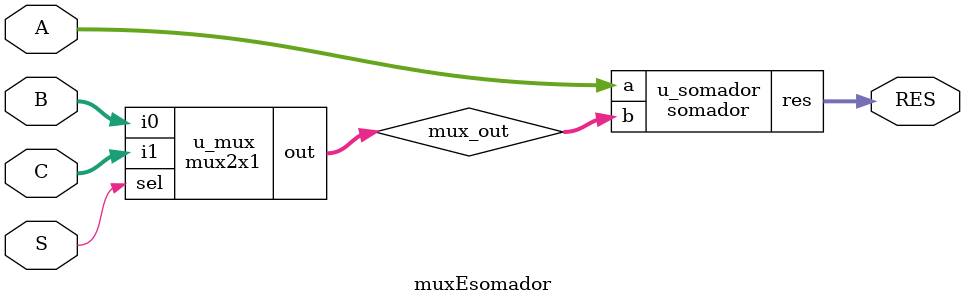
<source format=sv>
module mux2x1 (
  input logic [3:0]i0,
  input logic [3:0]i1,
  output logic [3:0] out,
  input logic sel
);
  
  always @*
    if (sel)
      out = i0;
  
  	else
    out =i1;
  
endmodule

// Code your design here
module somador( input [3:0] a,b, output [3:0] res);
  
  assign res = a + b;
  
endmodule

//mux e somador
module muxEsomador (
  input  logic [3:0] A,
  input  logic [3:0] B,
  input  logic [3:0] C,
  input  logic S,
  output logic [3:0] RES
);
  wire logic [3:0] mux_out;

  // Instanciação do MUX
  mux2x1 u_mux (.i0(B), .i1(C), .sel(S), .out(mux_out));

  // Instanciação do somador
  somador u_somador (.a(A),.b(mux_out),.res(RES));
endmodule
</source>
